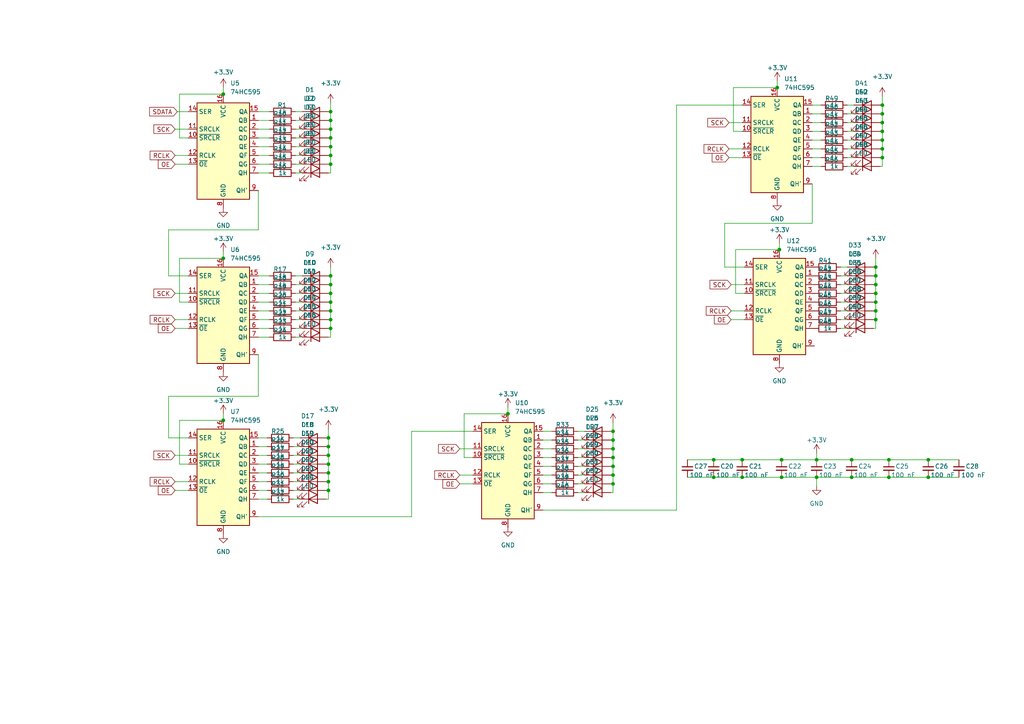
<source format=kicad_sch>
(kicad_sch (version 20211123) (generator eeschema)
  (paper "A4")
  (junction (at 95.885 95.25))
  (junction (at 254 87.63))
  (junction (at 177.8 135.255))
  (junction (at 254 80.01))
  (junction (at 95.25 134.62))
  (junction (at 255.905 33.02))
  (junction (at 95.885 87.63))
  (junction (at 95.885 92.71))
  (junction (at 225.425 25.4))
  (junction (at 95.885 40.005))
  (junction (at 177.8 137.795))
  (junction (at 254 85.09))
  (junction (at 226.695 138.43))
  (junction (at 95.885 37.465))
  (junction (at 269.24 138.43))
  (junction (at 95.885 45.085))
  (junction (at 255.905 38.1))
  (junction (at 255.905 45.72))
  (junction (at 247.015 138.43))
  (junction (at 95.25 142.24))
  (junction (at 95.885 47.625))
  (junction (at 95.25 132.08))
  (junction (at 226.695 133.35))
  (junction (at 207.01 138.43))
  (junction (at 247.015 133.35))
  (junction (at 147.32 120.015))
  (junction (at 95.885 32.385))
  (junction (at 177.8 140.335))
  (junction (at 254 90.17))
  (junction (at 215.265 138.43))
  (junction (at 64.77 74.93))
  (junction (at 95.885 85.09))
  (junction (at 207.01 133.35))
  (junction (at 95.25 139.7))
  (junction (at 255.905 35.56))
  (junction (at 254 92.71))
  (junction (at 64.77 27.305))
  (junction (at 95.885 90.17))
  (junction (at 95.885 34.925))
  (junction (at 255.905 43.18))
  (junction (at 177.8 127.635))
  (junction (at 269.24 133.35))
  (junction (at 215.265 133.35))
  (junction (at 257.81 138.43))
  (junction (at 255.905 30.48))
  (junction (at 254 77.47))
  (junction (at 236.855 138.43))
  (junction (at 95.885 42.545))
  (junction (at 226.06 72.39))
  (junction (at 95.885 80.01))
  (junction (at 255.905 40.64))
  (junction (at 64.77 121.92))
  (junction (at 254 82.55))
  (junction (at 95.25 127))
  (junction (at 177.8 125.095))
  (junction (at 95.25 129.54))
  (junction (at 95.885 82.55))
  (junction (at 177.8 132.715))
  (junction (at 236.855 133.35))
  (junction (at 95.25 137.16))
  (junction (at 177.8 130.175))
  (junction (at 257.81 133.35))
  (wire (pts (xy 243.84 85.09) (xy 245.745 85.09)))
  (wire (pts (xy 235.585 30.48) (xy 238.125 30.48)))
  (wire (pts (xy 50.8 85.09) (xy 54.61 85.09)))
  (wire (pts (xy 74.93 129.54) (xy 77.47 129.54)))
  (wire (pts (xy 243.84 82.55) (xy 245.745 82.55)))
  (wire (pts (xy 74.93 80.01) (xy 78.105 80.01)))
  (wire (pts (xy 196.215 30.48) (xy 196.215 147.955)))
  (wire (pts (xy 52.07 74.93) (xy 64.77 74.93)))
  (wire (pts (xy 74.93 134.62) (xy 77.47 134.62)))
  (wire (pts (xy 95.885 34.925) (xy 95.885 37.465)))
  (wire (pts (xy 95.25 127) (xy 95.25 129.54)))
  (wire (pts (xy 253.365 82.55) (xy 254 82.55)))
  (wire (pts (xy 74.93 85.09) (xy 78.105 85.09)))
  (wire (pts (xy 74.93 97.79) (xy 78.105 97.79)))
  (wire (pts (xy 95.25 137.16) (xy 95.25 139.7)))
  (wire (pts (xy 50.8 95.25) (xy 54.61 95.25)))
  (wire (pts (xy 95.25 87.63) (xy 95.885 87.63)))
  (wire (pts (xy 95.885 47.625) (xy 95.885 50.165)))
  (wire (pts (xy 255.27 38.1) (xy 255.905 38.1)))
  (wire (pts (xy 157.48 147.955) (xy 196.215 147.955)))
  (wire (pts (xy 94.615 134.62) (xy 95.25 134.62)))
  (wire (pts (xy 74.93 139.7) (xy 77.47 139.7)))
  (wire (pts (xy 85.09 127) (xy 86.995 127)))
  (wire (pts (xy 64.77 25.4) (xy 64.77 27.305)))
  (wire (pts (xy 64.77 73.025) (xy 64.77 74.93)))
  (wire (pts (xy 54.61 134.62) (xy 52.07 134.62)))
  (wire (pts (xy 85.725 42.545) (xy 87.63 42.545)))
  (wire (pts (xy 243.84 92.71) (xy 245.745 92.71)))
  (wire (pts (xy 243.84 90.17) (xy 245.745 90.17)))
  (wire (pts (xy 235.585 43.18) (xy 238.125 43.18)))
  (wire (pts (xy 95.25 34.925) (xy 95.885 34.925)))
  (wire (pts (xy 95.25 129.54) (xy 95.25 132.08)))
  (wire (pts (xy 74.93 92.71) (xy 78.105 92.71)))
  (wire (pts (xy 50.8 139.7) (xy 54.61 139.7)))
  (wire (pts (xy 255.905 27.94) (xy 255.905 30.48)))
  (wire (pts (xy 50.8 45.085) (xy 54.61 45.085)))
  (wire (pts (xy 64.77 120.015) (xy 64.77 121.92)))
  (wire (pts (xy 95.885 90.17) (xy 95.885 92.71)))
  (wire (pts (xy 210.185 77.47) (xy 210.185 64.77)))
  (wire (pts (xy 95.25 80.01) (xy 95.885 80.01)))
  (wire (pts (xy 74.93 45.085) (xy 78.105 45.085)))
  (wire (pts (xy 95.25 95.25) (xy 95.885 95.25)))
  (wire (pts (xy 253.365 87.63) (xy 254 87.63)))
  (wire (pts (xy 177.8 135.255) (xy 177.8 137.795)))
  (wire (pts (xy 95.885 40.005) (xy 95.885 42.545)))
  (wire (pts (xy 177.165 127.635) (xy 177.8 127.635)))
  (wire (pts (xy 211.455 45.72) (xy 215.265 45.72)))
  (wire (pts (xy 247.015 138.43) (xy 257.81 138.43)))
  (wire (pts (xy 54.61 87.63) (xy 52.07 87.63)))
  (wire (pts (xy 134.62 120.015) (xy 147.32 120.015)))
  (wire (pts (xy 257.81 133.35) (xy 269.24 133.35)))
  (wire (pts (xy 245.745 35.56) (xy 247.65 35.56)))
  (wire (pts (xy 133.35 130.175) (xy 137.16 130.175)))
  (wire (pts (xy 95.25 47.625) (xy 95.885 47.625)))
  (wire (pts (xy 255.905 43.18) (xy 255.905 45.72)))
  (wire (pts (xy 177.165 135.255) (xy 177.8 135.255)))
  (wire (pts (xy 85.09 137.16) (xy 86.995 137.16)))
  (wire (pts (xy 236.855 131.445) (xy 236.855 133.35)))
  (wire (pts (xy 85.725 90.17) (xy 87.63 90.17)))
  (wire (pts (xy 85.09 132.08) (xy 86.995 132.08)))
  (wire (pts (xy 51.435 32.385) (xy 54.61 32.385)))
  (wire (pts (xy 177.8 132.715) (xy 177.8 135.255)))
  (wire (pts (xy 245.745 33.02) (xy 247.65 33.02)))
  (wire (pts (xy 85.09 134.62) (xy 86.995 134.62)))
  (wire (pts (xy 50.8 92.71) (xy 54.61 92.71)))
  (wire (pts (xy 52.07 134.62) (xy 52.07 121.92)))
  (wire (pts (xy 257.81 138.43) (xy 269.24 138.43)))
  (wire (pts (xy 95.885 42.545) (xy 95.885 45.085)))
  (wire (pts (xy 254 92.71) (xy 254 95.25)))
  (wire (pts (xy 95.885 95.25) (xy 95.885 97.79)))
  (wire (pts (xy 196.215 30.48) (xy 215.265 30.48)))
  (wire (pts (xy 253.365 95.25) (xy 254 95.25)))
  (wire (pts (xy 236.855 138.43) (xy 247.015 138.43)))
  (wire (pts (xy 157.48 125.095) (xy 160.02 125.095)))
  (wire (pts (xy 95.885 85.09) (xy 95.885 87.63)))
  (wire (pts (xy 235.585 33.02) (xy 238.125 33.02)))
  (wire (pts (xy 74.93 47.625) (xy 78.105 47.625)))
  (wire (pts (xy 177.165 130.175) (xy 177.8 130.175)))
  (wire (pts (xy 95.885 37.465) (xy 95.885 40.005)))
  (wire (pts (xy 177.165 125.095) (xy 177.8 125.095)))
  (wire (pts (xy 253.365 77.47) (xy 254 77.47)))
  (wire (pts (xy 235.585 64.77) (xy 235.585 53.34)))
  (wire (pts (xy 212.725 25.4) (xy 225.425 25.4)))
  (wire (pts (xy 74.93 82.55) (xy 78.105 82.55)))
  (wire (pts (xy 157.48 140.335) (xy 160.02 140.335)))
  (wire (pts (xy 85.09 129.54) (xy 86.995 129.54)))
  (wire (pts (xy 95.25 42.545) (xy 95.885 42.545)))
  (wire (pts (xy 177.165 142.875) (xy 177.8 142.875)))
  (wire (pts (xy 85.725 37.465) (xy 87.63 37.465)))
  (wire (pts (xy 74.93 144.78) (xy 77.47 144.78)))
  (wire (pts (xy 226.695 133.35) (xy 236.855 133.35)))
  (wire (pts (xy 133.35 137.795) (xy 137.16 137.795)))
  (wire (pts (xy 177.165 140.335) (xy 177.8 140.335)))
  (wire (pts (xy 255.905 30.48) (xy 255.905 33.02)))
  (wire (pts (xy 95.25 40.005) (xy 95.885 40.005)))
  (wire (pts (xy 85.725 47.625) (xy 87.63 47.625)))
  (wire (pts (xy 212.09 90.17) (xy 215.9 90.17)))
  (wire (pts (xy 48.895 114.935) (xy 48.895 127)))
  (wire (pts (xy 94.615 127) (xy 95.25 127)))
  (wire (pts (xy 85.725 97.79) (xy 87.63 97.79)))
  (wire (pts (xy 269.24 133.35) (xy 278.13 133.35)))
  (wire (pts (xy 48.895 80.01) (xy 54.61 80.01)))
  (wire (pts (xy 85.725 40.005) (xy 87.63 40.005)))
  (wire (pts (xy 243.84 77.47) (xy 245.745 77.47)))
  (wire (pts (xy 48.895 66.675) (xy 48.895 80.01)))
  (wire (pts (xy 85.725 45.085) (xy 87.63 45.085)))
  (wire (pts (xy 95.25 142.24) (xy 95.25 144.78)))
  (wire (pts (xy 74.93 42.545) (xy 78.105 42.545)))
  (wire (pts (xy 134.62 132.715) (xy 134.62 120.015)))
  (wire (pts (xy 225.425 23.495) (xy 225.425 25.4)))
  (wire (pts (xy 52.07 40.005) (xy 52.07 27.305)))
  (wire (pts (xy 85.725 87.63) (xy 87.63 87.63)))
  (wire (pts (xy 85.725 92.71) (xy 87.63 92.71)))
  (wire (pts (xy 74.93 50.165) (xy 78.105 50.165)))
  (wire (pts (xy 95.25 92.71) (xy 95.885 92.71)))
  (wire (pts (xy 211.455 35.56) (xy 215.265 35.56)))
  (wire (pts (xy 167.64 130.175) (xy 169.545 130.175)))
  (wire (pts (xy 212.09 92.71) (xy 215.9 92.71)))
  (wire (pts (xy 236.855 138.43) (xy 236.855 140.97)))
  (wire (pts (xy 243.84 80.01) (xy 245.745 80.01)))
  (wire (pts (xy 147.32 118.11) (xy 147.32 120.015)))
  (wire (pts (xy 85.725 80.01) (xy 87.63 80.01)))
  (wire (pts (xy 226.695 138.43) (xy 236.855 138.43)))
  (wire (pts (xy 85.725 82.55) (xy 87.63 82.55)))
  (wire (pts (xy 48.895 66.675) (xy 74.93 66.675)))
  (wire (pts (xy 74.93 37.465) (xy 78.105 37.465)))
  (wire (pts (xy 95.885 92.71) (xy 95.885 95.25)))
  (wire (pts (xy 243.84 95.25) (xy 245.745 95.25)))
  (wire (pts (xy 119.38 125.095) (xy 137.16 125.095)))
  (wire (pts (xy 167.64 127.635) (xy 169.545 127.635)))
  (wire (pts (xy 167.64 142.875) (xy 169.545 142.875)))
  (wire (pts (xy 157.48 132.715) (xy 160.02 132.715)))
  (wire (pts (xy 177.8 122.555) (xy 177.8 125.095)))
  (wire (pts (xy 177.8 125.095) (xy 177.8 127.635)))
  (wire (pts (xy 94.615 144.78) (xy 95.25 144.78)))
  (wire (pts (xy 95.25 45.085) (xy 95.885 45.085)))
  (wire (pts (xy 215.265 38.1) (xy 212.725 38.1)))
  (wire (pts (xy 95.25 32.385) (xy 95.885 32.385)))
  (wire (pts (xy 245.745 30.48) (xy 247.65 30.48)))
  (wire (pts (xy 255.27 30.48) (xy 255.905 30.48)))
  (wire (pts (xy 95.25 90.17) (xy 95.885 90.17)))
  (wire (pts (xy 269.24 138.43) (xy 278.13 138.43)))
  (wire (pts (xy 226.06 70.485) (xy 226.06 72.39)))
  (wire (pts (xy 137.16 132.715) (xy 134.62 132.715)))
  (wire (pts (xy 213.36 72.39) (xy 226.06 72.39)))
  (wire (pts (xy 255.27 35.56) (xy 255.905 35.56)))
  (wire (pts (xy 253.365 90.17) (xy 254 90.17)))
  (wire (pts (xy 210.185 64.77) (xy 235.585 64.77)))
  (wire (pts (xy 50.8 132.08) (xy 54.61 132.08)))
  (wire (pts (xy 48.895 127) (xy 54.61 127)))
  (wire (pts (xy 157.48 137.795) (xy 160.02 137.795)))
  (wire (pts (xy 167.64 137.795) (xy 169.545 137.795)))
  (wire (pts (xy 245.745 45.72) (xy 247.65 45.72)))
  (wire (pts (xy 133.35 140.335) (xy 137.16 140.335)))
  (wire (pts (xy 199.39 138.43) (xy 207.01 138.43)))
  (wire (pts (xy 74.93 90.17) (xy 78.105 90.17)))
  (wire (pts (xy 95.885 32.385) (xy 95.885 34.925)))
  (wire (pts (xy 245.745 38.1) (xy 247.65 38.1)))
  (wire (pts (xy 74.93 137.16) (xy 77.47 137.16)))
  (wire (pts (xy 85.09 142.24) (xy 86.995 142.24)))
  (wire (pts (xy 74.93 95.25) (xy 78.105 95.25)))
  (wire (pts (xy 157.48 135.255) (xy 160.02 135.255)))
  (wire (pts (xy 215.265 138.43) (xy 226.695 138.43)))
  (wire (pts (xy 157.48 130.175) (xy 160.02 130.175)))
  (wire (pts (xy 95.885 80.01) (xy 95.885 82.55)))
  (wire (pts (xy 85.725 95.25) (xy 87.63 95.25)))
  (wire (pts (xy 245.745 43.18) (xy 247.65 43.18)))
  (wire (pts (xy 177.8 130.175) (xy 177.8 132.715)))
  (wire (pts (xy 74.93 40.005) (xy 78.105 40.005)))
  (wire (pts (xy 157.48 127.635) (xy 160.02 127.635)))
  (wire (pts (xy 167.64 140.335) (xy 169.545 140.335)))
  (wire (pts (xy 255.27 40.64) (xy 255.905 40.64)))
  (wire (pts (xy 85.725 50.165) (xy 87.63 50.165)))
  (wire (pts (xy 207.01 133.35) (xy 215.265 133.35)))
  (wire (pts (xy 255.905 35.56) (xy 255.905 38.1)))
  (wire (pts (xy 177.8 137.795) (xy 177.8 140.335)))
  (wire (pts (xy 253.365 92.71) (xy 254 92.71)))
  (wire (pts (xy 95.25 82.55) (xy 95.885 82.55)))
  (wire (pts (xy 254 82.55) (xy 254 85.09)))
  (wire (pts (xy 74.93 132.08) (xy 77.47 132.08)))
  (wire (pts (xy 255.905 38.1) (xy 255.905 40.64)))
  (wire (pts (xy 95.885 45.085) (xy 95.885 47.625)))
  (wire (pts (xy 247.015 133.35) (xy 257.81 133.35)))
  (wire (pts (xy 235.585 38.1) (xy 238.125 38.1)))
  (wire (pts (xy 52.07 87.63) (xy 52.07 74.93)))
  (wire (pts (xy 95.885 82.55) (xy 95.885 85.09)))
  (wire (pts (xy 167.64 132.715) (xy 169.545 132.715)))
  (wire (pts (xy 85.725 85.09) (xy 87.63 85.09)))
  (wire (pts (xy 74.93 127) (xy 77.47 127)))
  (wire (pts (xy 52.07 27.305) (xy 64.77 27.305)))
  (wire (pts (xy 253.365 85.09) (xy 254 85.09)))
  (wire (pts (xy 74.93 142.24) (xy 77.47 142.24)))
  (wire (pts (xy 255.27 43.18) (xy 255.905 43.18)))
  (wire (pts (xy 255.27 45.72) (xy 255.905 45.72)))
  (wire (pts (xy 211.455 43.18) (xy 215.265 43.18)))
  (wire (pts (xy 54.61 40.005) (xy 52.07 40.005)))
  (wire (pts (xy 215.265 133.35) (xy 226.695 133.35)))
  (wire (pts (xy 177.8 127.635) (xy 177.8 130.175)))
  (wire (pts (xy 254 80.01) (xy 254 82.55)))
  (wire (pts (xy 94.615 132.08) (xy 95.25 132.08)))
  (wire (pts (xy 74.93 87.63) (xy 78.105 87.63)))
  (wire (pts (xy 235.585 48.26) (xy 238.125 48.26)))
  (wire (pts (xy 215.265 137.795) (xy 215.265 138.43)))
  (wire (pts (xy 74.93 66.675) (xy 74.93 55.245)))
  (wire (pts (xy 199.39 133.35) (xy 207.01 133.35)))
  (wire (pts (xy 94.615 142.24) (xy 95.25 142.24)))
  (wire (pts (xy 85.09 144.78) (xy 86.995 144.78)))
  (wire (pts (xy 74.93 114.935) (xy 48.895 114.935)))
  (wire (pts (xy 177.8 140.335) (xy 177.8 142.875)))
  (wire (pts (xy 254 74.93) (xy 254 77.47)))
  (wire (pts (xy 215.9 85.09) (xy 213.36 85.09)))
  (wire (pts (xy 95.25 124.46) (xy 95.25 127)))
  (wire (pts (xy 255.905 40.64) (xy 255.905 43.18)))
  (wire (pts (xy 50.8 37.465) (xy 54.61 37.465)))
  (wire (pts (xy 95.885 29.845) (xy 95.885 32.385)))
  (wire (pts (xy 254 77.47) (xy 254 80.01)))
  (wire (pts (xy 94.615 139.7) (xy 95.25 139.7)))
  (wire (pts (xy 235.585 35.56) (xy 238.125 35.56)))
  (wire (pts (xy 245.745 40.64) (xy 247.65 40.64)))
  (wire (pts (xy 94.615 137.16) (xy 95.25 137.16)))
  (wire (pts (xy 95.885 77.47) (xy 95.885 80.01)))
  (wire (pts (xy 255.27 33.02) (xy 255.905 33.02)))
  (wire (pts (xy 207.01 138.43) (xy 215.265 138.43)))
  (wire (pts (xy 74.93 32.385) (xy 78.105 32.385)))
  (wire (pts (xy 255.27 48.26) (xy 255.905 48.26)))
  (wire (pts (xy 254 87.63) (xy 254 90.17)))
  (wire (pts (xy 95.25 134.62) (xy 95.25 137.16)))
  (wire (pts (xy 119.38 149.86) (xy 119.38 125.095)))
  (wire (pts (xy 94.615 129.54) (xy 95.25 129.54)))
  (wire (pts (xy 50.8 142.24) (xy 54.61 142.24)))
  (wire (pts (xy 157.48 142.875) (xy 160.02 142.875)))
  (wire (pts (xy 212.09 82.55) (xy 215.9 82.55)))
  (wire (pts (xy 167.64 125.095) (xy 169.545 125.095)))
  (wire (pts (xy 85.09 139.7) (xy 86.995 139.7)))
  (wire (pts (xy 177.165 137.795) (xy 177.8 137.795)))
  (wire (pts (xy 236.855 133.35) (xy 247.015 133.35)))
  (wire (pts (xy 213.36 85.09) (xy 213.36 72.39)))
  (wire (pts (xy 95.25 85.09) (xy 95.885 85.09)))
  (wire (pts (xy 255.905 33.02) (xy 255.905 35.56)))
  (wire (pts (xy 212.725 38.1) (xy 212.725 25.4)))
  (wire (pts (xy 177.165 132.715) (xy 177.8 132.715)))
  (wire (pts (xy 74.93 34.925) (xy 78.105 34.925)))
  (wire (pts (xy 253.365 80.01) (xy 254 80.01)))
  (wire (pts (xy 50.8 47.625) (xy 54.61 47.625)))
  (wire (pts (xy 85.725 34.925) (xy 87.63 34.925)))
  (wire (pts (xy 245.745 48.26) (xy 247.65 48.26)))
  (wire (pts (xy 95.25 97.79) (xy 95.885 97.79)))
  (wire (pts (xy 95.885 87.63) (xy 95.885 90.17)))
  (wire (pts (xy 167.64 135.255) (xy 169.545 135.255)))
  (wire (pts (xy 254 90.17) (xy 254 92.71)))
  (wire (pts (xy 95.25 132.08) (xy 95.25 134.62)))
  (wire (pts (xy 74.93 149.86) (xy 119.38 149.86)))
  (wire (pts (xy 254 85.09) (xy 254 87.63)))
  (wire (pts (xy 243.84 87.63) (xy 245.745 87.63)))
  (wire (pts (xy 52.07 121.92) (xy 64.77 121.92)))
  (wire (pts (xy 95.25 37.465) (xy 95.885 37.465)))
  (wire (pts (xy 235.585 45.72) (xy 238.125 45.72)))
  (wire (pts (xy 235.585 40.64) (xy 238.125 40.64)))
  (wire (pts (xy 74.93 102.87) (xy 74.93 114.935)))
  (wire (pts (xy 255.905 45.72) (xy 255.905 48.26)))
  (wire (pts (xy 95.25 139.7) (xy 95.25 142.24)))
  (wire (pts (xy 85.725 32.385) (xy 87.63 32.385)))
  (wire (pts (xy 95.25 50.165) (xy 95.885 50.165)))
  (wire (pts (xy 215.9 77.47) (xy 210.185 77.47)))
  (global_label "OE" (shape input) (at 50.8 95.25 180) (property "Intersheet References" "${INTERSHEET_REFS}" (effects hide)))
  (global_label "SCK" (shape input) (at 50.8 37.465 180) (property "Intersheet References" "${INTERSHEET_REFS}" (effects hide)))
  (global_label "OE" (shape input) (at 211.455 45.72 180) (property "Intersheet References" "${INTERSHEET_REFS}" (effects hide)))
  (global_label "RCLK" (shape input) (at 50.8 92.71 180) (property "Intersheet References" "${INTERSHEET_REFS}" (effects hide)))
  (global_label "SCK" (shape input) (at 50.8 85.09 180) (property "Intersheet References" "${INTERSHEET_REFS}" (effects hide)))
  (global_label "RCLK" (shape input) (at 133.35 137.795 180) (property "Intersheet References" "${INTERSHEET_REFS}" (effects hide)))
  (global_label "RCLK" (shape input) (at 50.8 45.085 180) (property "Intersheet References" "${INTERSHEET_REFS}" (effects hide)))
  (global_label "SCK" (shape input) (at 133.35 130.175 180) (property "Intersheet References" "${INTERSHEET_REFS}" (effects hide)))
  (global_label "RCLK" (shape input) (at 50.8 139.7 180) (property "Intersheet References" "${INTERSHEET_REFS}" (effects hide)))
  (global_label "SCK" (shape input) (at 50.8 132.08 180) (property "Intersheet References" "${INTERSHEET_REFS}" (effects hide)))
  (global_label "OE" (shape input) (at 212.09 92.71 180) (property "Intersheet References" "${INTERSHEET_REFS}" (effects hide)))
  (global_label "OE" (shape input) (at 50.8 142.24 180) (property "Intersheet References" "${INTERSHEET_REFS}" (effects hide)))
  (global_label "RCLK" (shape input) (at 212.09 90.17 180) (property "Intersheet References" "${INTERSHEET_REFS}" (effects hide)))
  (global_label "SCK" (shape input) (at 211.455 35.56 180) (property "Intersheet References" "${INTERSHEET_REFS}" (effects hide)))
  (global_label "SCK" (shape input) (at 212.09 82.55 180) (property "Intersheet References" "${INTERSHEET_REFS}" (effects hide)))
  (global_label "OE" (shape input) (at 133.35 140.335 180) (property "Intersheet References" "${INTERSHEET_REFS}" (effects hide)))
  (global_label "OE" (shape input) (at 50.8 47.625 180) (property "Intersheet References" "${INTERSHEET_REFS}" (effects hide)))
  (global_label "SDATA" (shape input) (at 51.435 32.385 180) (property "Intersheet References" "${INTERSHEET_REFS}" (effects hide)))
  (global_label "RCLK" (shape input) (at 211.455 43.18 180) (property "Intersheet References" "${INTERSHEET_REFS}" (effects hide)))
  (symbol (lib_id "Device:R") (at 81.915 85.09 90) (unit 1)
    (property "Reference" "R19" (at 83.185 83.185 90) (effects (justify left)))
    (property "Value" "1k" (at 83.185 85.09 90) (effects (justify left)))
    (property "Footprint" "Resistor_SMD:R_0402_1005Metric" (effects hide))
    (property "LCSC" "C11702" (effects hide))
  )
  (symbol (lib_id "Device:LED") (at 251.46 48.26 0) (unit 1)
    (property "Reference" "D48" (at 249.8725 41.91 0))
    (property "Value" "LED" (at 249.8725 44.45 0))
    (property "Footprint" "LED_SMD:LED_0402_1005Metric" (effects hide))
    (property "LCSC" "C779449" (effects hide))
  )
  (symbol (lib_id "Device:LED") (at 249.555 92.71 0) (unit 1)
    (property "Reference" "D39" (at 247.9675 86.36 0))
    (property "Value" "LED" (at 247.9675 88.9 0))
    (property "Footprint" "LED_SMD:LED_0402_1005Metric" (effects hide))
    (property "LCSC" "C779449" (effects hide))
  )
  (symbol (lib_id "Device:LED") (at 251.46 30.48 0) (unit 1)
    (property "Reference" "D41" (at 249.8725 24.13 0))
    (property "Value" "LED" (at 249.8725 26.67 0))
    (property "Footprint" "LED_SMD:LED_0402_1005Metric" (effects hide))
    (property "LCSC" "C779449" (effects hide))
  )
  (symbol (lib_id "power:+3.3V") (at 95.885 29.845 0) (unit 1)
    (property "Reference" "#PWR0137" (effects hide))
    (property "Value" "+3.3V" (at 95.885 24.13 0))
  )
  (symbol (lib_id "Device:R") (at 240.03 80.01 90) (unit 1)
    (property "Reference" "R42" (at 241.3 78.105 90) (effects (justify left)))
    (property "Value" "1k" (at 241.3 80.01 90) (effects (justify left)))
    (property "Footprint" "Resistor_SMD:R_0402_1005Metric" (effects hide))
    (property "LCSC" "C11702" (effects hide))
  )
  (symbol (lib_id "Device:R") (at 81.915 42.545 90) (unit 1)
    (property "Reference" "R13" (at 83.185 40.64 90) (effects (justify left)))
    (property "Value" "1k" (at 83.185 42.545 90) (effects (justify left)))
    (property "Footprint" "Resistor_SMD:R_0402_1005Metric" (effects hide))
    (property "LCSC" "C11702" (effects hide))
  )
  (symbol (lib_id "Device:LED") (at 91.44 47.625 0) (unit 1)
    (property "Reference" "D7" (at 89.8525 41.275 0))
    (property "Value" "LED" (at 89.8525 43.815 0))
    (property "Footprint" "LED_SMD:LED_0402_1005Metric" (effects hide))
    (property "LCSC" "C779449" (effects hide))
  )
  (symbol (lib_id "Device:R") (at 240.03 85.09 90) (unit 1)
    (property "Reference" "R44" (at 241.3 83.185 90) (effects (justify left)))
    (property "Value" "1k" (at 241.3 85.09 90) (effects (justify left)))
    (property "Footprint" "Resistor_SMD:R_0402_1005Metric" (effects hide))
    (property "LCSC" "C11702" (effects hide))
  )
  (symbol (lib_id "power:+3.3V") (at 255.905 27.94 0) (unit 1)
    (property "Reference" "#PWR0144" (effects hide))
    (property "Value" "+3.3V" (at 255.905 22.225 0))
  )
  (symbol (lib_id "Device:R") (at 241.935 30.48 90) (unit 1)
    (property "Reference" "R49" (at 243.205 28.575 90) (effects (justify left)))
    (property "Value" "1k" (at 243.205 30.48 90) (effects (justify left)))
    (property "Footprint" "Resistor_SMD:R_0402_1005Metric" (effects hide))
    (property "LCSC" "C11702" (effects hide))
  )
  (symbol (lib_id "power:+3.3V") (at 64.77 120.015 0) (unit 1)
    (property "Reference" "#PWR0140" (effects hide))
    (property "Value" "+3.3V" (at 64.77 116.205 0))
  )
  (symbol (lib_id "Device:LED") (at 249.555 82.55 0) (unit 1)
    (property "Reference" "D35" (at 247.9675 76.2 0))
    (property "Value" "LED" (at 247.9675 78.74 0))
    (property "Footprint" "LED_SMD:LED_0402_1005Metric" (effects hide))
    (property "LCSC" "C779449" (effects hide))
  )
  (symbol (lib_id "Device:LED") (at 91.44 42.545 0) (unit 1)
    (property "Reference" "D5" (at 89.8525 36.195 0))
    (property "Value" "LED" (at 89.8525 38.735 0))
    (property "Footprint" "LED_SMD:LED_0402_1005Metric" (effects hide))
    (property "LCSC" "C779449" (effects hide))
  )
  (symbol (lib_id "Device:LED") (at 91.44 32.385 0) (unit 1)
    (property "Reference" "D1" (at 89.8525 26.035 0))
    (property "Value" "LED" (at 89.8525 28.575 0))
    (property "Footprint" "LED_SMD:LED_0402_1005Metric" (effects hide))
    (property "LCSC" "C779449" (effects hide))
  )
  (symbol (lib_id "Device:R") (at 81.915 97.79 90) (unit 1)
    (property "Reference" "R24" (at 83.185 95.885 90) (effects (justify left)))
    (property "Value" "1k" (at 83.185 97.79 90) (effects (justify left)))
    (property "Footprint" "Resistor_SMD:R_0402_1005Metric" (effects hide))
    (property "LCSC" "C11702" (effects hide))
  )
  (symbol (lib_id "Device:C_Small") (at 247.015 135.89 0) (unit 1)
    (property "Reference" "C24" (at 248.92 135.255 0) (effects (justify left)))
    (property "Value" "100 nF" (at 247.65 137.795 0) (effects (justify left)))
    (property "Footprint" "Capacitor_SMD:C_0402_1005Metric" (effects hide))
    (property "LCSC" "C307331" (effects hide))
  )
  (symbol (lib_id "power:+3.3V") (at 95.25 124.46 0) (unit 1)
    (property "Reference" "#PWR0155" (effects hide))
    (property "Value" "+3.3V" (at 95.25 118.745 0))
  )
  (symbol (lib_id "Device:LED") (at 91.44 80.01 0) (unit 1)
    (property "Reference" "D9" (at 89.8525 73.66 0))
    (property "Value" "LED" (at 89.8525 76.2 0))
    (property "Footprint" "LED_SMD:LED_0402_1005Metric" (effects hide))
    (property "LCSC" "C779449" (effects hide))
  )
  (symbol (lib_id "Device:R") (at 81.28 142.24 90) (unit 1)
    (property "Reference" "R31" (at 82.55 140.335 90) (effects (justify left)))
    (property "Value" "1k" (at 82.55 142.24 90) (effects (justify left)))
    (property "Footprint" "Resistor_SMD:R_0402_1005Metric" (effects hide))
    (property "LCSC" "C11702" (effects hide))
  )
  (symbol (lib_id "power:GND") (at 236.855 140.97 0) (unit 1)
    (property "Reference" "#PWR0152" (effects hide))
    (property "Value" "GND" (at 236.855 146.05 0))
  )
  (symbol (lib_id "Device:R") (at 81.915 32.385 90) (unit 1)
    (property "Reference" "R1" (at 83.185 30.48 90) (effects (justify left)))
    (property "Value" "1k" (at 83.185 32.385 90) (effects (justify left)))
    (property "Footprint" "Resistor_SMD:R_0402_1005Metric" (effects hide))
    (property "LCSC" "C11702" (effects hide))
  )
  (symbol (lib_id "74xx:74HC595") (at 225.425 40.64 0) (unit 1)
    (property "Reference" "U11" (at 227.4444 22.86 0) (effects (justify left)))
    (property "Value" "74HC595" (at 227.4444 25.4 0) (effects (justify left)))
    (property "Footprint" "Package_SO:TSSOP-16_4.4x5mm_P0.65mm" (effects hide))
    (property "Datasheet" "http://www.ti.com/lit/ds/symlink/sn74hc595.pdf" (effects hide))
    (property "LCSC" "C20613246" (effects hide))
  )
  (symbol (lib_id "Device:C_Small") (at 215.265 135.89 0) (unit 1)
    (property "Reference" "C21" (at 217.17 135.255 0) (effects (justify left)))
    (property "Value" "100 nF" (at 215.9 137.795 0) (effects (justify left)))
    (property "Footprint" "Capacitor_SMD:C_0402_1005Metric" (effects hide))
    (property "LCSC" "C307331" (effects hide))
  )
  (symbol (lib_id "Device:LED") (at 249.555 85.09 0) (unit 1)
    (property "Reference" "D36" (at 247.9675 78.74 0))
    (property "Value" "LED" (at 247.9675 81.28 0))
    (property "Footprint" "LED_SMD:LED_0402_1005Metric" (effects hide))
    (property "LCSC" "C779449" (effects hide))
  )
  (symbol (lib_id "Device:R") (at 163.83 125.095 90) (unit 1)
    (property "Reference" "R33" (at 165.1 123.19 90) (effects (justify left)))
    (property "Value" "1k" (at 165.1 125.095 90) (effects (justify left)))
    (property "Footprint" "Resistor_SMD:R_0402_1005Metric" (effects hide))
    (property "LCSC" "C11702" (effects hide))
  )
  (symbol (lib_id "Device:LED") (at 91.44 87.63 0) (unit 1)
    (property "Reference" "D12" (at 89.8525 81.28 0))
    (property "Value" "LED" (at 89.8525 83.82 0))
    (property "Footprint" "LED_SMD:LED_0402_1005Metric" (effects hide))
    (property "LCSC" "C779449" (effects hide))
  )
  (symbol (lib_id "Device:R") (at 81.28 132.08 90) (unit 1)
    (property "Reference" "R27" (at 82.55 130.175 90) (effects (justify left)))
    (property "Value" "1k" (at 82.55 132.08 90) (effects (justify left)))
    (property "Footprint" "Resistor_SMD:R_0402_1005Metric" (effects hide))
    (property "LCSC" "C11702" (effects hide))
  )
  (symbol (lib_id "power:GND") (at 225.425 58.42 0) (unit 1)
    (property "Reference" "#PWR0146" (effects hide))
    (property "Value" "GND" (at 225.425 63.5 0))
  )
  (symbol (lib_id "Device:LED") (at 249.555 80.01 0) (unit 1)
    (property "Reference" "D34" (at 247.9675 73.66 0))
    (property "Value" "LED" (at 247.9675 76.2 0))
    (property "Footprint" "LED_SMD:LED_0402_1005Metric" (effects hide))
    (property "LCSC" "C779449" (effects hide))
  )
  (symbol (lib_id "Device:R") (at 81.28 139.7 90) (unit 1)
    (property "Reference" "R30" (at 82.55 137.795 90) (effects (justify left)))
    (property "Value" "1k" (at 82.55 139.7 90) (effects (justify left)))
    (property "Footprint" "Resistor_SMD:R_0402_1005Metric" (effects hide))
    (property "LCSC" "C11702" (effects hide))
  )
  (symbol (lib_id "Device:LED") (at 249.555 90.17 0) (unit 1)
    (property "Reference" "D38" (at 247.9675 83.82 0))
    (property "Value" "LED" (at 247.9675 86.36 0))
    (property "Footprint" "LED_SMD:LED_0402_1005Metric" (effects hide))
    (property "LCSC" "C779449" (effects hide))
  )
  (symbol (lib_id "Device:LED") (at 251.46 33.02 0) (unit 1)
    (property "Reference" "D42" (at 249.8725 26.67 0))
    (property "Value" "LED" (at 249.8725 29.21 0))
    (property "Footprint" "LED_SMD:LED_0402_1005Metric" (effects hide))
    (property "LCSC" "C779449" (effects hide))
  )
  (symbol (lib_id "Device:LED") (at 173.355 142.875 0) (unit 1)
    (property "Reference" "D32" (at 171.7675 136.525 0))
    (property "Value" "LED" (at 171.7675 139.065 0))
    (property "Footprint" "LED_SMD:LED_0402_1005Metric" (effects hide))
    (property "LCSC" "C779449" (effects hide))
  )
  (symbol (lib_id "power:GND") (at 64.77 154.94 0) (unit 1)
    (property "Reference" "#PWR0139" (effects hide))
    (property "Value" "GND" (at 64.77 160.02 0))
  )
  (symbol (lib_id "Device:R") (at 81.915 50.165 90) (unit 1)
    (property "Reference" "R16" (at 83.185 48.26 90) (effects (justify left)))
    (property "Value" "1k" (at 83.185 50.165 90) (effects (justify left)))
    (property "Footprint" "Resistor_SMD:R_0402_1005Metric" (effects hide))
    (property "LCSC" "C11702" (effects hide))
  )
  (symbol (lib_id "Device:R") (at 240.03 95.25 90) (unit 1)
    (property "Reference" "R48" (at 241.3 93.345 90) (effects (justify left)))
    (property "Value" "1k" (at 241.3 95.25 90) (effects (justify left)))
    (property "Footprint" "Resistor_SMD:R_0402_1005Metric" (effects hide))
    (property "LCSC" "C11702" (effects hide))
  )
  (symbol (lib_id "Device:C_Small") (at 199.39 135.89 0) (unit 1)
    (property "Reference" "C27" (at 201.295 135.255 0) (effects (justify left)))
    (property "Value" "100 nF" (at 200.025 137.795 0) (effects (justify left)))
    (property "Footprint" "Capacitor_SMD:C_0402_1005Metric" (effects hide))
    (property "LCSC" "C307331" (effects hide))
  )
  (symbol (lib_id "Device:R") (at 241.935 38.1 90) (unit 1)
    (property "Reference" "R52" (at 243.205 36.195 90) (effects (justify left)))
    (property "Value" "1k" (at 243.205 38.1 90) (effects (justify left)))
    (property "Footprint" "Resistor_SMD:R_0402_1005Metric" (effects hide))
    (property "LCSC" "C11702" (effects hide))
  )
  (symbol (lib_id "Device:LED") (at 173.355 132.715 0) (unit 1)
    (property "Reference" "D28" (at 171.7675 126.365 0))
    (property "Value" "LED" (at 171.7675 128.905 0))
    (property "Footprint" "LED_SMD:LED_0402_1005Metric" (effects hide))
    (property "LCSC" "C779449" (effects hide))
  )
  (symbol (lib_id "Device:R") (at 241.935 40.64 90) (unit 1)
    (property "Reference" "R53" (at 243.205 38.735 90) (effects (justify left)))
    (property "Value" "1k" (at 243.205 40.64 90) (effects (justify left)))
    (property "Footprint" "Resistor_SMD:R_0402_1005Metric" (effects hide))
    (property "LCSC" "C11702" (effects hide))
  )
  (symbol (lib_id "Device:LED") (at 90.805 137.16 0) (unit 1)
    (property "Reference" "D21" (at 89.2175 130.81 0))
    (property "Value" "LED" (at 89.2175 133.35 0))
    (property "Footprint" "LED_SMD:LED_0402_1005Metric" (effects hide))
    (property "LCSC" "C779449" (effects hide))
  )
  (symbol (lib_id "Device:R") (at 240.03 90.17 90) (unit 1)
    (property "Reference" "R46" (at 241.3 88.265 90) (effects (justify left)))
    (property "Value" "1k" (at 241.3 90.17 90) (effects (justify left)))
    (property "Footprint" "Resistor_SMD:R_0402_1005Metric" (effects hide))
    (property "LCSC" "C11702" (effects hide))
  )
  (symbol (lib_id "Device:LED") (at 90.805 142.24 0) (unit 1)
    (property "Reference" "D23" (at 89.2175 135.89 0))
    (property "Value" "LED" (at 89.2175 138.43 0))
    (property "Footprint" "LED_SMD:LED_0402_1005Metric" (effects hide))
    (property "LCSC" "C779449" (effects hide))
  )
  (symbol (lib_id "Device:R") (at 240.03 82.55 90) (unit 1)
    (property "Reference" "R43" (at 241.3 80.645 90) (effects (justify left)))
    (property "Value" "1k" (at 241.3 82.55 90) (effects (justify left)))
    (property "Footprint" "Resistor_SMD:R_0402_1005Metric" (effects hide))
    (property "LCSC" "C11702" (effects hide))
  )
  (symbol (lib_id "Device:R") (at 163.83 137.795 90) (unit 1)
    (property "Reference" "R38" (at 165.1 135.89 90) (effects (justify left)))
    (property "Value" "1k" (at 165.1 137.795 90) (effects (justify left)))
    (property "Footprint" "Resistor_SMD:R_0402_1005Metric" (effects hide))
    (property "LCSC" "C11702" (effects hide))
  )
  (symbol (lib_id "Device:LED") (at 91.44 34.925 0) (unit 1)
    (property "Reference" "D2" (at 89.8525 28.575 0))
    (property "Value" "LED" (at 89.8525 31.115 0))
    (property "Footprint" "LED_SMD:LED_0402_1005Metric" (effects hide))
    (property "LCSC" "C779449" (effects hide))
  )
  (symbol (lib_id "Device:LED") (at 91.44 45.085 0) (unit 1)
    (property "Reference" "D6" (at 89.8525 38.735 0))
    (property "Value" "LED" (at 89.8525 41.275 0))
    (property "Footprint" "LED_SMD:LED_0402_1005Metric" (effects hide))
    (property "LCSC" "C779449" (effects hide))
  )
  (symbol (lib_id "Device:LED") (at 251.46 35.56 0) (unit 1)
    (property "Reference" "D43" (at 249.8725 29.21 0))
    (property "Value" "LED" (at 249.8725 31.75 0))
    (property "Footprint" "LED_SMD:LED_0402_1005Metric" (effects hide))
    (property "LCSC" "C779449" (effects hide))
  )
  (symbol (lib_id "power:GND") (at 147.32 153.035 0) (unit 1)
    (property "Reference" "#PWR0151" (effects hide))
    (property "Value" "GND" (at 147.32 158.115 0))
  )
  (symbol (lib_id "Device:LED") (at 91.44 90.17 0) (unit 1)
    (property "Reference" "D13" (at 89.8525 83.82 0))
    (property "Value" "LED" (at 89.8525 86.36 0))
    (property "Footprint" "LED_SMD:LED_0402_1005Metric" (effects hide))
    (property "LCSC" "C779449" (effects hide))
  )
  (symbol (lib_id "Device:R") (at 163.83 130.175 90) (unit 1)
    (property "Reference" "R35" (at 165.1 128.27 90) (effects (justify left)))
    (property "Value" "1k" (at 165.1 130.175 90) (effects (justify left)))
    (property "Footprint" "Resistor_SMD:R_0402_1005Metric" (effects hide))
    (property "LCSC" "C11702" (effects hide))
  )
  (symbol (lib_id "Device:LED") (at 249.555 95.25 0) (unit 1)
    (property "Reference" "D40" (at 247.9675 88.9 0))
    (property "Value" "LED" (at 247.9675 91.44 0))
    (property "Footprint" "LED_SMD:LED_0402_1005Metric" (effects hide))
    (property "LCSC" "C779449" (effects hide))
  )
  (symbol (lib_id "74xx:74HC595") (at 147.32 135.255 0) (unit 1)
    (property "Reference" "U10" (at 149.3394 116.84 0) (effects (justify left)))
    (property "Value" "74HC595" (at 149.3394 119.38 0) (effects (justify left)))
    (property "Footprint" "Package_SO:TSSOP-16_4.4x5mm_P0.65mm" (effects hide))
    (property "Datasheet" "http://www.ti.com/lit/ds/symlink/sn74hc595.pdf" (effects hide))
    (property "LCSC" "C20613246" (effects hide))
  )
  (symbol (lib_id "Device:LED") (at 90.805 129.54 0) (unit 1)
    (property "Reference" "D18" (at 89.2175 123.19 0))
    (property "Value" "LED" (at 89.2175 125.73 0))
    (property "Footprint" "LED_SMD:LED_0402_1005Metric" (effects hide))
    (property "LCSC" "C779449" (effects hide))
  )
  (symbol (lib_id "74xx:74HC595") (at 64.77 90.17 0) (unit 1)
    (property "Reference" "U6" (at 66.7894 72.39 0) (effects (justify left)))
    (property "Value" "74HC595" (at 66.7894 74.93 0) (effects (justify left)))
    (property "Footprint" "Package_SO:TSSOP-16_4.4x5mm_P0.65mm" (effects hide))
    (property "Datasheet" "http://www.ti.com/lit/ds/symlink/sn74hc595.pdf" (effects hide))
    (property "LCSC" "C20613246" (effects hide))
  )
  (symbol (lib_id "Device:R") (at 241.935 33.02 90) (unit 1)
    (property "Reference" "R50" (at 243.205 31.115 90) (effects (justify left)))
    (property "Value" "1k" (at 243.205 33.02 90) (effects (justify left)))
    (property "Footprint" "Resistor_SMD:R_0402_1005Metric" (effects hide))
    (property "LCSC" "C11702" (effects hide))
  )
  (symbol (lib_id "Device:C_Small") (at 226.695 135.89 0) (unit 1)
    (property "Reference" "C22" (at 228.6 135.255 0) (effects (justify left)))
    (property "Value" "100 nF" (at 227.33 137.795 0) (effects (justify left)))
    (property "Footprint" "Capacitor_SMD:C_0402_1005Metric" (effects hide))
    (property "LCSC" "C307331" (effects hide))
  )
  (symbol (lib_id "Device:C_Small") (at 236.855 135.89 0) (unit 1)
    (property "Reference" "C23" (at 238.76 135.255 0) (effects (justify left)))
    (property "Value" "100 nF" (at 237.49 137.795 0) (effects (justify left)))
    (property "Footprint" "Capacitor_SMD:C_0402_1005Metric" (effects hide))
    (property "LCSC" "C307331" (effects hide))
  )
  (symbol (lib_id "Device:LED") (at 90.805 144.78 0) (unit 1)
    (property "Reference" "D24" (at 89.2175 138.43 0))
    (property "Value" "LED" (at 89.2175 140.97 0))
    (property "Footprint" "LED_SMD:LED_0402_1005Metric" (effects hide))
    (property "LCSC" "C779449" (effects hide))
  )
  (symbol (lib_id "Device:C_Small") (at 269.24 135.89 0) (unit 1)
    (property "Reference" "C26" (at 271.145 135.255 0) (effects (justify left)))
    (property "Value" "100 nF" (at 269.875 137.795 0) (effects (justify left)))
    (property "Footprint" "Capacitor_SMD:C_0402_1005Metric" (effects hide))
    (property "LCSC" "C307331" (effects hide))
  )
  (symbol (lib_id "Device:R") (at 163.83 132.715 90) (unit 1)
    (property "Reference" "R36" (at 165.1 130.81 90) (effects (justify left)))
    (property "Value" "1k" (at 165.1 132.715 90) (effects (justify left)))
    (property "Footprint" "Resistor_SMD:R_0402_1005Metric" (effects hide))
    (property "LCSC" "C11702" (effects hide))
  )
  (symbol (lib_id "Device:R") (at 163.83 142.875 90) (unit 1)
    (property "Reference" "R40" (at 165.1 140.97 90) (effects (justify left)))
    (property "Value" "1k" (at 165.1 142.875 90) (effects (justify left)))
    (property "Footprint" "Resistor_SMD:R_0402_1005Metric" (effects hide))
    (property "LCSC" "C11702" (effects hide))
  )
  (symbol (lib_id "Device:R") (at 241.935 45.72 90) (unit 1)
    (property "Reference" "R55" (at 243.205 43.815 90) (effects (justify left)))
    (property "Value" "1k" (at 243.205 45.72 90) (effects (justify left)))
    (property "Footprint" "Resistor_SMD:R_0402_1005Metric" (effects hide))
    (property "LCSC" "C11702" (effects hide))
  )
  (symbol (lib_id "Device:LED") (at 251.46 38.1 0) (unit 1)
    (property "Reference" "D44" (at 249.8725 31.75 0))
    (property "Value" "LED" (at 249.8725 34.29 0))
    (property "Footprint" "LED_SMD:LED_0402_1005Metric" (effects hide))
    (property "LCSC" "C779449" (effects hide))
  )
  (symbol (lib_id "Device:R") (at 81.915 90.17 90) (unit 1)
    (property "Reference" "R21" (at 83.185 88.265 90) (effects (justify left)))
    (property "Value" "1k" (at 83.185 90.17 90) (effects (justify left)))
    (property "Footprint" "Resistor_SMD:R_0402_1005Metric" (effects hide))
    (property "LCSC" "C11702" (effects hide))
  )
  (symbol (lib_id "Device:LED") (at 90.805 134.62 0) (unit 1)
    (property "Reference" "D20" (at 89.2175 128.27 0))
    (property "Value" "LED" (at 89.2175 130.81 0))
    (property "Footprint" "LED_SMD:LED_0402_1005Metric" (effects hide))
    (property "LCSC" "C779449" (effects hide))
  )
  (symbol (lib_id "Device:LED") (at 91.44 95.25 0) (unit 1)
    (property "Reference" "D15" (at 89.8525 88.9 0))
    (property "Value" "LED" (at 89.8525 91.44 0))
    (property "Footprint" "LED_SMD:LED_0402_1005Metric" (effects hide))
    (property "LCSC" "C779449" (effects hide))
  )
  (symbol (lib_id "Device:R") (at 81.915 37.465 90) (unit 1)
    (property "Reference" "R11" (at 83.185 35.56 90) (effects (justify left)))
    (property "Value" "1k" (at 83.185 37.465 90) (effects (justify left)))
    (property "Footprint" "Resistor_SMD:R_0402_1005Metric" (effects hide))
    (property "LCSC" "C11702" (effects hide))
  )
  (symbol (lib_id "Device:LED") (at 90.805 132.08 0) (unit 1)
    (property "Reference" "D19" (at 89.2175 125.73 0))
    (property "Value" "LED" (at 89.2175 128.27 0))
    (property "Footprint" "LED_SMD:LED_0402_1005Metric" (effects hide))
    (property "LCSC" "C779449" (effects hide))
  )
  (symbol (lib_id "Device:R") (at 81.915 95.25 90) (unit 1)
    (property "Reference" "R23" (at 83.185 93.345 90) (effects (justify left)))
    (property "Value" "1k" (at 83.185 95.25 90) (effects (justify left)))
    (property "Footprint" "Resistor_SMD:R_0402_1005Metric" (effects hide))
    (property "LCSC" "C11702" (effects hide))
  )
  (symbol (lib_id "Device:LED") (at 251.46 45.72 0) (unit 1)
    (property "Reference" "D47" (at 249.8725 39.37 0))
    (property "Value" "LED" (at 249.8725 41.91 0))
    (property "Footprint" "LED_SMD:LED_0402_1005Metric" (effects hide))
    (property "LCSC" "C779449" (effects hide))
  )
  (symbol (lib_id "Device:C_Small") (at 257.81 135.89 0) (unit 1)
    (property "Reference" "C25" (at 259.715 135.255 0) (effects (justify left)))
    (property "Value" "100 nF" (at 258.445 137.795 0) (effects (justify left)))
    (property "Footprint" "Capacitor_SMD:C_0402_1005Metric" (effects hide))
    (property "LCSC" "C307331" (effects hide))
  )
  (symbol (lib_id "Device:R") (at 81.915 87.63 90) (unit 1)
    (property "Reference" "R20" (at 83.185 85.725 90) (effects (justify left)))
    (property "Value" "1k" (at 83.185 87.63 90) (effects (justify left)))
    (property "Footprint" "Resistor_SMD:R_0402_1005Metric" (effects hide))
    (property "LCSC" "C11702" (effects hide))
  )
  (symbol (lib_id "74xx:74HC595") (at 226.06 87.63 0) (unit 1)
    (property "Reference" "U12" (at 228.0794 69.85 0) (effects (justify left)))
    (property "Value" "74HC595" (at 228.0794 72.39 0) (effects (justify left)))
    (property "Footprint" "Package_SO:TSSOP-16_4.4x5mm_P0.65mm" (effects hide))
    (property "Datasheet" "http://www.ti.com/lit/ds/symlink/sn74hc595.pdf" (effects hide))
    (property "LCSC" "C20613246" (effects hide))
  )
  (symbol (lib_id "Device:LED") (at 173.355 127.635 0) (unit 1)
    (property "Reference" "D26" (at 171.7675 121.285 0))
    (property "Value" "LED" (at 171.7675 123.825 0))
    (property "Footprint" "LED_SMD:LED_0402_1005Metric" (effects hide))
    (property "LCSC" "C779449" (effects hide))
  )
  (symbol (lib_id "Device:LED") (at 173.355 140.335 0) (unit 1)
    (property "Reference" "D31" (at 171.7675 133.985 0))
    (property "Value" "LED" (at 171.7675 136.525 0))
    (property "Footprint" "LED_SMD:LED_0402_1005Metric" (effects hide))
    (property "LCSC" "C779449" (effects hide))
  )
  (symbol (lib_id "Device:LED") (at 90.805 127 0) (unit 1)
    (property "Reference" "D17" (at 89.2175 120.65 0))
    (property "Value" "LED" (at 89.2175 123.19 0))
    (property "Footprint" "LED_SMD:LED_0402_1005Metric" (effects hide))
    (property "LCSC" "C779449" (effects hide))
  )
  (symbol (lib_id "Device:R") (at 163.83 135.255 90) (unit 1)
    (property "Reference" "R37" (at 165.1 133.35 90) (effects (justify left)))
    (property "Value" "1k" (at 165.1 135.255 90) (effects (justify left)))
    (property "Footprint" "Resistor_SMD:R_0402_1005Metric" (effects hide))
    (property "LCSC" "C11702" (effects hide))
  )
  (symbol (lib_id "power:+3.3V") (at 254 74.93 0) (unit 1)
    (property "Reference" "#PWR0143" (effects hide))
    (property "Value" "+3.3V" (at 254 69.215 0))
  )
  (symbol (lib_id "Device:LED") (at 173.355 130.175 0) (unit 1)
    (property "Reference" "D27" (at 171.7675 123.825 0))
    (property "Value" "LED" (at 171.7675 126.365 0))
    (property "Footprint" "LED_SMD:LED_0402_1005Metric" (effects hide))
    (property "LCSC" "C779449" (effects hide))
  )
  (symbol (lib_id "Device:R") (at 240.03 87.63 90) (unit 1)
    (property "Reference" "R45" (at 241.3 85.725 90) (effects (justify left)))
    (property "Value" "1k" (at 241.3 87.63 90) (effects (justify left)))
    (property "Footprint" "Resistor_SMD:R_0402_1005Metric" (effects hide))
    (property "LCSC" "C11702" (effects hide))
  )
  (symbol (lib_id "Device:R") (at 241.935 43.18 90) (unit 1)
    (property "Reference" "R54" (at 243.205 41.275 90) (effects (justify left)))
    (property "Value" "1k" (at 243.205 43.18 90) (effects (justify left)))
    (property "Footprint" "Resistor_SMD:R_0402_1005Metric" (effects hide))
    (property "LCSC" "C11702" (effects hide))
  )
  (symbol (lib_id "Device:R") (at 240.03 77.47 90) (unit 1)
    (property "Reference" "R41" (at 241.3 75.565 90) (effects (justify left)))
    (property "Value" "1k" (at 241.3 77.47 90) (effects (justify left)))
    (property "Footprint" "Resistor_SMD:R_0402_1005Metric" (effects hide))
    (property "LCSC" "C11702" (effects hide))
  )
  (symbol (lib_id "Device:C_Small") (at 278.13 135.89 0) (unit 1)
    (property "Reference" "C28" (at 280.035 135.255 0) (effects (justify left)))
    (property "Value" "100 nF" (at 278.765 137.795 0) (effects (justify left)))
    (property "Footprint" "Capacitor_SMD:C_0402_1005Metric" (effects hide))
    (property "LCSC" "C307331" (effects hide))
  )
  (symbol (lib_id "Device:LED") (at 173.355 125.095 0) (unit 1)
    (property "Reference" "D25" (at 171.7675 118.745 0))
    (property "Value" "LED" (at 171.7675 121.285 0))
    (property "Footprint" "LED_SMD:LED_0402_1005Metric" (effects hide))
    (property "LCSC" "C779449" (effects hide))
  )
  (symbol (lib_id "Device:LED") (at 90.805 139.7 0) (unit 1)
    (property "Reference" "D22" (at 89.2175 133.35 0))
    (property "Value" "LED" (at 89.2175 135.89 0))
    (property "Footprint" "LED_SMD:LED_0402_1005Metric" (effects hide))
    (property "LCSC" "C779449" (effects hide))
  )
  (symbol (lib_id "Device:LED") (at 173.355 137.795 0) (unit 1)
    (property "Reference" "D30" (at 171.7675 131.445 0))
    (property "Value" "LED" (at 171.7675 133.985 0))
    (property "Footprint" "LED_SMD:LED_0402_1005Metric" (effects hide))
    (property "LCSC" "C779449" (effects hide))
  )
  (symbol (lib_id "Device:R") (at 81.915 80.01 90) (unit 1)
    (property "Reference" "R17" (at 83.185 78.105 90) (effects (justify left)))
    (property "Value" "1k" (at 83.185 80.01 90) (effects (justify left)))
    (property "Footprint" "Resistor_SMD:R_0402_1005Metric" (effects hide))
    (property "LCSC" "C11702" (effects hide))
  )
  (symbol (lib_id "Device:LED") (at 91.44 97.79 0) (unit 1)
    (property "Reference" "D16" (at 89.8525 91.44 0))
    (property "Value" "LED" (at 89.8525 93.98 0))
    (property "Footprint" "LED_SMD:LED_0402_1005Metric" (effects hide))
    (property "LCSC" "C779449" (effects hide))
  )
  (symbol (lib_id "Device:R") (at 81.915 34.925 90) (unit 1)
    (property "Reference" "R10" (at 83.185 33.02 90) (effects (justify left)))
    (property "Value" "1k" (at 83.185 34.925 90) (effects (justify left)))
    (property "Footprint" "Resistor_SMD:R_0402_1005Metric" (effects hide))
    (property "LCSC" "C11702" (effects hide))
  )
  (symbol (lib_id "power:+3.3V") (at 177.8 122.555 0) (unit 1)
    (property "Reference" "#PWR0142" (effects hide))
    (property "Value" "+3.3V" (at 177.8 116.84 0))
  )
  (symbol (lib_id "Device:LED") (at 91.44 82.55 0) (unit 1)
    (property "Reference" "D10" (at 89.8525 76.2 0))
    (property "Value" "LED" (at 89.8525 78.74 0))
    (property "Footprint" "LED_SMD:LED_0402_1005Metric" (effects hide))
    (property "LCSC" "C779449" (effects hide))
  )
  (symbol (lib_id "Device:LED") (at 251.46 43.18 0) (unit 1)
    (property "Reference" "D46" (at 249.8725 36.83 0))
    (property "Value" "LED" (at 249.8725 39.37 0))
    (property "Footprint" "LED_SMD:LED_0402_1005Metric" (effects hide))
    (property "LCSC" "C779449" (effects hide))
  )
  (symbol (lib_id "Device:R") (at 81.915 92.71 90) (unit 1)
    (property "Reference" "R22" (at 83.185 90.805 90) (effects (justify left)))
    (property "Value" "1k" (at 83.185 92.71 90) (effects (justify left)))
    (property "Footprint" "Resistor_SMD:R_0402_1005Metric" (effects hide))
    (property "LCSC" "C11702" (effects hide))
  )
  (symbol (lib_id "Device:LED") (at 91.44 37.465 0) (unit 1)
    (property "Reference" "D3" (at 89.8525 31.115 0))
    (property "Value" "LED" (at 89.8525 33.655 0))
    (property "Footprint" "LED_SMD:LED_0402_1005Metric" (effects hide))
    (property "LCSC" "C779449" (effects hide))
  )
  (symbol (lib_id "Device:LED") (at 91.44 50.165 0) (unit 1)
    (property "Reference" "D8" (at 89.8525 43.815 0))
    (property "Value" "LED" (at 89.8525 46.355 0))
    (property "Footprint" "LED_SMD:LED_0402_1005Metric" (effects hide))
    (property "LCSC" "C779449" (effects hide))
  )
  (symbol (lib_id "Device:R") (at 81.28 137.16 90) (unit 1)
    (property "Reference" "R29" (at 82.55 135.255 90) (effects (justify left)))
    (property "Value" "1k" (at 82.55 137.16 90) (effects (justify left)))
    (property "Footprint" "Resistor_SMD:R_0402_1005Metric" (effects hide))
    (property "LCSC" "C11702" (effects hide))
  )
  (symbol (lib_id "power:GND") (at 64.77 60.325 0) (unit 1)
    (property "Reference" "#PWR0135" (effects hide))
    (property "Value" "GND" (at 64.77 65.405 0))
  )
  (symbol (lib_id "power:+3.3V") (at 95.885 77.47 0) (unit 1)
    (property "Reference" "#PWR0154" (effects hide))
    (property "Value" "+3.3V" (at 95.885 71.755 0))
  )
  (symbol (lib_id "Device:LED") (at 249.555 87.63 0) (unit 1)
    (property "Reference" "D37" (at 247.9675 81.28 0))
    (property "Value" "LED" (at 247.9675 83.82 0))
    (property "Footprint" "LED_SMD:LED_0402_1005Metric" (effects hide))
    (property "LCSC" "C779449" (effects hide))
  )
  (symbol (lib_id "Device:R") (at 241.935 48.26 90) (unit 1)
    (property "Reference" "R56" (at 243.205 46.355 90) (effects (justify left)))
    (property "Value" "1k" (at 243.205 48.26 90) (effects (justify left)))
    (property "Footprint" "Resistor_SMD:R_0402_1005Metric" (effects hide))
    (property "LCSC" "C11702" (effects hide))
  )
  (symbol (lib_id "Device:R") (at 81.915 40.005 90) (unit 1)
    (property "Reference" "R12" (at 83.185 38.1 90) (effects (justify left)))
    (property "Value" "1k" (at 83.185 40.005 90) (effects (justify left)))
    (property "Footprint" "Resistor_SMD:R_0402_1005Metric" (effects hide))
    (property "LCSC" "C11702" (effects hide))
  )
  (symbol (lib_id "power:+3.3V") (at 64.77 73.025 0) (unit 1)
    (property "Reference" "#PWR0141" (effects hide))
    (property "Value" "+3.3V" (at 64.77 69.215 0))
  )
  (symbol (lib_id "Device:LED") (at 91.44 85.09 0) (unit 1)
    (property "Reference" "D11" (at 89.8525 78.74 0))
    (property "Value" "LED" (at 89.8525 81.28 0))
    (property "Footprint" "LED_SMD:LED_0402_1005Metric" (effects hide))
    (property "LCSC" "C779449" (effects hide))
  )
  (symbol (lib_id "Device:LED") (at 249.555 77.47 0) (unit 1)
    (property "Reference" "D33" (at 247.9675 71.12 0))
    (property "Value" "LED" (at 247.9675 73.66 0))
    (property "Footprint" "LED_SMD:LED_0402_1005Metric" (effects hide))
    (property "LCSC" "C779449" (effects hide))
  )
  (symbol (lib_id "Device:R") (at 240.03 92.71 90) (unit 1)
    (property "Reference" "R47" (at 241.3 90.805 90) (effects (justify left)))
    (property "Value" "1k" (at 241.3 92.71 90) (effects (justify left)))
    (property "Footprint" "Resistor_SMD:R_0402_1005Metric" (effects hide))
    (property "LCSC" "C11702" (effects hide))
  )
  (symbol (lib_id "Device:LED") (at 251.46 40.64 0) (unit 1)
    (property "Reference" "D45" (at 249.8725 34.29 0))
    (property "Value" "LED" (at 249.8725 36.83 0))
    (property "Footprint" "LED_SMD:LED_0402_1005Metric" (effects hide))
    (property "LCSC" "C779449" (effects hide))
  )
  (symbol (lib_id "power:+3.3V") (at 147.32 118.11 0) (unit 1)
    (property "Reference" "#PWR0150" (effects hide))
    (property "Value" "+3.3V" (at 147.32 114.3 0))
  )
  (symbol (lib_id "Device:LED") (at 91.44 92.71 0) (unit 1)
    (property "Reference" "D14" (at 89.8525 86.36 0))
    (property "Value" "LED" (at 89.8525 88.9 0))
    (property "Footprint" "LED_SMD:LED_0402_1005Metric" (effects hide))
    (property "LCSC" "C779449" (effects hide))
  )
  (symbol (lib_id "Device:LED") (at 173.355 135.255 0) (unit 1)
    (property "Reference" "D29" (at 171.7675 128.905 0))
    (property "Value" "LED" (at 171.7675 131.445 0))
    (property "Footprint" "LED_SMD:LED_0402_1005Metric" (effects hide))
    (property "LCSC" "C779449" (effects hide))
  )
  (symbol (lib_id "power:+3.3V") (at 236.855 131.445 0) (unit 1)
    (property "Reference" "#PWR0153" (effects hide))
    (property "Value" "+3.3V" (at 236.855 127.635 0))
  )
  (symbol (lib_id "74xx:74HC595") (at 64.77 42.545 0) (unit 1)
    (property "Reference" "U5" (at 66.7894 24.13 0) (effects (justify left)))
    (property "Value" "74HC595" (at 66.7894 26.67 0) (effects (justify left)))
    (property "Footprint" "Package_SO:TSSOP-16_4.4x5mm_P0.65mm" (effects hide))
    (property "Datasheet" "http://www.ti.com/lit/ds/symlink/sn74hc595.pdf" (effects hide))
    (property "LCSC" "C20613246" (effects hide))
  )
  (symbol (lib_id "Device:R") (at 81.28 134.62 90) (unit 1)
    (property "Reference" "R28" (at 82.55 132.715 90) (effects (justify left)))
    (property "Value" "1k" (at 82.55 134.62 90) (effects (justify left)))
    (property "Footprint" "Resistor_SMD:R_0402_1005Metric" (effects hide))
    (property "LCSC" "C11702" (effects hide))
  )
  (symbol (lib_id "Device:LED") (at 91.44 40.005 0) (unit 1)
    (property "Reference" "D4" (at 89.8525 33.655 0))
    (property "Value" "LED" (at 89.8525 36.195 0))
    (property "Footprint" "LED_SMD:LED_0402_1005Metric" (effects hide))
    (property "LCSC" "C779449" (effects hide))
  )
  (symbol (lib_id "Device:R") (at 81.915 82.55 90) (unit 1)
    (property "Reference" "R18" (at 83.185 80.645 90) (effects (justify left)))
    (property "Value" "1k" (at 83.185 82.55 90) (effects (justify left)))
    (property "Footprint" "Resistor_SMD:R_0402_1005Metric" (effects hide))
    (property "LCSC" "C11702" (effects hide))
  )
  (symbol (lib_id "power:+3.3V") (at 64.77 25.4 0) (unit 1)
    (property "Reference" "#PWR0138" (effects hide))
    (property "Value" "+3.3V" (at 64.77 20.955 0))
  )
  (symbol (lib_id "power:+3.3V") (at 226.06 70.485 0) (unit 1)
    (property "Reference" "#PWR0148" (effects hide))
    (property "Value" "+3.3V" (at 226.06 66.675 0))
  )
  (symbol (lib_id "74xx:74HC595") (at 64.77 137.16 0) (unit 1)
    (property "Reference" "U7" (at 66.7894 119.38 0) (effects (justify left)))
    (property "Value" "74HC595" (at 66.7894 121.92 0) (effects (justify left)))
    (property "Footprint" "Package_SO:TSSOP-16_4.4x5mm_P0.65mm" (effects hide))
    (property "Datasheet" "http://www.ti.com/lit/ds/symlink/sn74hc595.pdf" (effects hide))
    (property "LCSC" "C20613246" (effects hide))
  )
  (symbol (lib_id "Device:C_Small") (at 207.01 135.89 0) (unit 1)
    (property "Reference" "C20" (at 208.915 135.255 0) (effects (justify left)))
    (property "Value" "100 nF" (at 207.645 137.795 0) (effects (justify left)))
    (property "Footprint" "Capacitor_SMD:C_0402_1005Metric" (effects hide))
    (property "LCSC" "C307331" (effects hide))
  )
  (symbol (lib_id "power:+3.3V") (at 225.425 23.495 0) (unit 1)
    (property "Reference" "#PWR0145" (effects hide))
    (property "Value" "+3.3V" (at 225.425 19.685 0))
  )
  (symbol (lib_id "power:GND") (at 226.06 105.41 0) (unit 1)
    (property "Reference" "#PWR0147" (effects hide))
    (property "Value" "GND" (at 226.06 110.49 0))
  )
  (symbol (lib_id "Device:R") (at 81.915 45.085 90) (unit 1)
    (property "Reference" "R14" (at 83.185 43.18 90) (effects (justify left)))
    (property "Value" "1k" (at 83.185 45.085 90) (effects (justify left)))
    (property "Footprint" "Resistor_SMD:R_0402_1005Metric" (effects hide))
    (property "LCSC" "C11702" (effects hide))
  )
  (symbol (lib_id "Device:R") (at 81.28 127 90) (unit 1)
    (property "Reference" "R25" (at 82.55 125.095 90) (effects (justify left)))
    (property "Value" "1k" (at 82.55 127 90) (effects (justify left)))
    (property "Footprint" "Resistor_SMD:R_0402_1005Metric" (effects hide))
    (property "LCSC" "C11702" (effects hide))
  )
  (symbol (lib_id "Device:R") (at 81.28 129.54 90) (unit 1)
    (property "Reference" "R26" (at 82.55 127.635 90) (effects (justify left)))
    (property "Value" "1k" (at 82.55 129.54 90) (effects (justify left)))
    (property "Footprint" "Resistor_SMD:R_0402_1005Metric" (effects hide))
    (property "LCSC" "C11702" (effects hide))
  )
  (symbol (lib_id "Device:R") (at 81.28 144.78 90) (unit 1)
    (property "Reference" "R32" (at 82.55 142.875 90) (effects (justify left)))
    (property "Value" "1k" (at 82.55 144.78 90) (effects (justify left)))
    (property "Footprint" "Resistor_SMD:R_0402_1005Metric" (effects hide))
    (property "LCSC" "C11702" (effects hide))
  )
  (symbol (lib_id "Device:R") (at 81.915 47.625 90) (unit 1)
    (property "Reference" "R15" (at 83.185 45.72 90) (effects (justify left)))
    (property "Value" "1k" (at 83.185 47.625 90) (effects (justify left)))
    (property "Footprint" "Resistor_SMD:R_0402_1005Metric" (effects hide))
    (property "LCSC" "C11702" (effects hide))
  )
  (symbol (lib_id "Device:R") (at 241.935 35.56 90) (unit 1)
    (property "Reference" "R51" (at 243.205 33.655 90) (effects (justify left)))
    (property "Value" "1k" (at 243.205 35.56 90) (effects (justify left)))
    (property "Footprint" "Resistor_SMD:R_0402_1005Metric" (effects hide))
    (property "LCSC" "C11702" (effects hide))
  )
  (symbol (lib_id "Device:R") (at 163.83 127.635 90) (unit 1)
    (property "Reference" "R34" (at 165.1 125.73 90) (effects (justify left)))
    (property "Value" "1k" (at 165.1 127.635 90) (effects (justify left)))
    (property "Footprint" "Resistor_SMD:R_0402_1005Metric" (effects hide))
    (property "LCSC" "C11702" (effects hide))
  )
  (symbol (lib_id "power:GND") (at 64.77 107.95 0) (unit 1)
    (property "Reference" "#PWR0130" (effects hide))
    (property "Value" "GND" (at 64.77 113.03 0))
  )
  (symbol (lib_id "Device:R") (at 163.83 140.335 90) (unit 1)
    (property "Reference" "R39" (at 165.1 138.43 90) (effects (justify left)))
    (property "Value" "1k" (at 165.1 140.335 90) (effects (justify left)))
    (property "Footprint" "Resistor_SMD:R_0402_1005Metric" (effects hide))
    (property "LCSC" "C11702" (effects hide))
  )
)
</source>
